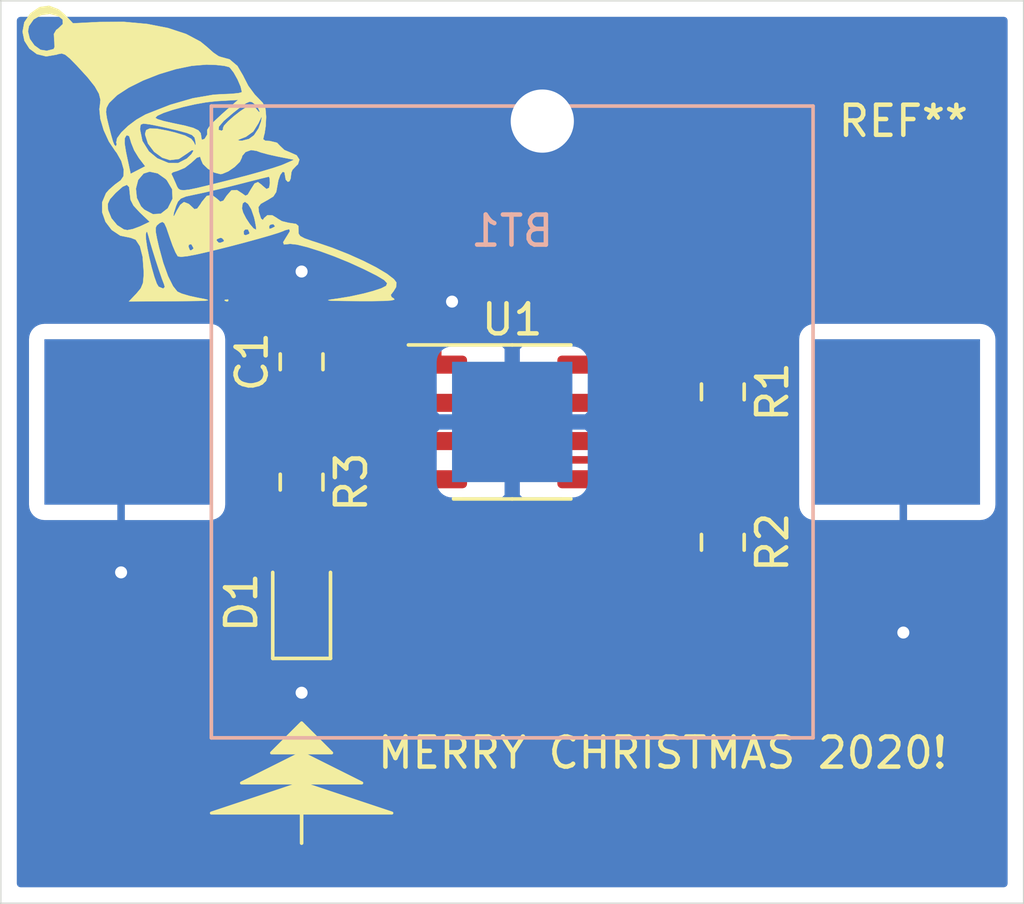
<source format=kicad_pcb>
(kicad_pcb (version 20171130) (host pcbnew "(5.1.2)-2")

  (general
    (thickness 1.6)
    (drawings 9)
    (tracks 48)
    (zones 0)
    (modules 9)
    (nets 8)
  )

  (page A4)
  (layers
    (0 F.Cu signal)
    (31 B.Cu signal)
    (32 B.Adhes user)
    (33 F.Adhes user)
    (34 B.Paste user)
    (35 F.Paste user)
    (36 B.SilkS user)
    (37 F.SilkS user)
    (38 B.Mask user)
    (39 F.Mask user)
    (40 Dwgs.User user)
    (41 Cmts.User user)
    (42 Eco1.User user)
    (43 Eco2.User user)
    (44 Edge.Cuts user)
    (45 Margin user)
    (46 B.CrtYd user)
    (47 F.CrtYd user)
    (48 B.Fab user)
    (49 F.Fab user)
  )

  (setup
    (last_trace_width 0.25)
    (trace_clearance 0.2)
    (zone_clearance 0.508)
    (zone_45_only no)
    (trace_min 0.2)
    (via_size 0.8)
    (via_drill 0.4)
    (via_min_size 0.4)
    (via_min_drill 0.3)
    (uvia_size 0.3)
    (uvia_drill 0.1)
    (uvias_allowed no)
    (uvia_min_size 0.2)
    (uvia_min_drill 0.1)
    (edge_width 0.05)
    (segment_width 0.2)
    (pcb_text_width 0.3)
    (pcb_text_size 1.5 1.5)
    (mod_edge_width 0.12)
    (mod_text_size 1 1)
    (mod_text_width 0.15)
    (pad_size 1.524 1.524)
    (pad_drill 0.762)
    (pad_to_mask_clearance 0.051)
    (solder_mask_min_width 0.25)
    (aux_axis_origin 0 0)
    (visible_elements 7FFFFFFF)
    (pcbplotparams
      (layerselection 0x010fc_ffffffff)
      (usegerberextensions false)
      (usegerberattributes false)
      (usegerberadvancedattributes false)
      (creategerberjobfile false)
      (excludeedgelayer true)
      (linewidth 0.100000)
      (plotframeref false)
      (viasonmask false)
      (mode 1)
      (useauxorigin false)
      (hpglpennumber 1)
      (hpglpenspeed 20)
      (hpglpendiameter 15.000000)
      (psnegative false)
      (psa4output false)
      (plotreference true)
      (plotvalue true)
      (plotinvisibletext false)
      (padsonsilk false)
      (subtractmaskfromsilk false)
      (outputformat 1)
      (mirror false)
      (drillshape 1)
      (scaleselection 1)
      (outputdirectory ""))
  )

  (net 0 "")
  (net 1 "Net-(BT1-Pad1)")
  (net 2 GND)
  (net 3 "Net-(C1-Pad1)")
  (net 4 "Net-(D1-Pad2)")
  (net 5 "Net-(R1-Pad2)")
  (net 6 "Net-(R3-Pad1)")
  (net 7 "Net-(U1-Pad5)")

  (net_class Default "This is the default net class."
    (clearance 0.2)
    (trace_width 0.25)
    (via_dia 0.8)
    (via_drill 0.4)
    (uvia_dia 0.3)
    (uvia_drill 0.1)
    (add_net GND)
    (add_net "Net-(BT1-Pad1)")
    (add_net "Net-(C1-Pad1)")
    (add_net "Net-(D1-Pad2)")
    (add_net "Net-(R1-Pad2)")
    (add_net "Net-(R3-Pad1)")
    (add_net "Net-(U1-Pad5)")
  )

  (module MountingHole:MountingHole_2.1mm (layer F.Cu) (tedit 5B924765) (tstamp 5FD0525F)
    (at 145 84)
    (descr "Mounting Hole 2.1mm, no annular")
    (tags "mounting hole 2.1mm no annular")
    (attr virtual)
    (fp_text reference REF** (at 12 0) (layer F.SilkS)
      (effects (font (size 1 1) (thickness 0.15)))
    )
    (fp_text value MountingHole_2.1mm (at 0 3.2) (layer F.Fab)
      (effects (font (size 1 1) (thickness 0.15)))
    )
    (fp_circle (center 0 0) (end 2.35 0) (layer F.CrtYd) (width 0.05))
    (fp_circle (center 0 0) (end 2.1 0) (layer Cmts.User) (width 0.15))
    (pad "" np_thru_hole circle (at 0 0) (size 2.1 2.1) (drill 2.1) (layers *.Cu *.Mask))
  )

  (module blinky:pic (layer F.Cu) (tedit 0) (tstamp 5FD0506D)
    (at 134 85)
    (fp_text reference G*** (at 7 0) (layer F.SilkS) hide
      (effects (font (size 1.524 1.524) (thickness 0.3)))
    )
    (fp_text value LOGO (at 7 0) (layer F.SilkS) hide
      (effects (font (size 1.524 1.524) (thickness 0.3)))
    )
    (fp_poly (pts (xy 0.564444 4.938889) (xy 0.552822 4.989223) (xy 0.508 4.995334) (xy 0.438309 4.964355)
      (xy 0.451555 4.938889) (xy 0.552035 4.928756) (xy 0.564444 4.938889)) (layer F.SilkS) (width 0.01))
    (fp_poly (pts (xy -5.075097 -4.712022) (xy -4.870795 -4.538091) (xy -4.599263 -4.250183) (xy -3.717798 -4.29454)
      (xy -2.90163 -4.297989) (xy -2.132935 -4.228534) (xy -1.436708 -4.092013) (xy -0.837941 -3.894265)
      (xy -0.361628 -3.641128) (xy -0.138206 -3.458365) (xy 0.065954 -3.276095) (xy 0.238471 -3.157895)
      (xy 0.310498 -3.132667) (xy 0.604989 -3.052719) (xy 0.866478 -2.831752) (xy 1.06211 -2.498078)
      (xy 1.069818 -2.478303) (xy 1.227837 -2.171617) (xy 1.441158 -1.883117) (xy 1.521335 -1.800933)
      (xy 1.709964 -1.603416) (xy 1.796841 -1.41704) (xy 1.819483 -1.156623) (xy 1.819658 -1.123599)
      (xy 1.805628 -0.83761) (xy 1.769532 -0.594528) (xy 1.751127 -0.529166) (xy 1.721977 -0.396115)
      (xy 1.795662 -0.345554) (xy 1.938648 -0.338666) (xy 2.182428 -0.280441) (xy 2.282316 -0.176215)
      (xy 2.425 -0.040067) (xy 2.616889 0.040625) (xy 2.834086 0.136888) (xy 2.926732 0.280725)
      (xy 2.877959 0.435154) (xy 2.820746 0.487534) (xy 2.694422 0.619454) (xy 2.6597 0.701435)
      (xy 2.633785 0.911191) (xy 2.595261 0.999863) (xy 2.54 1.016) (xy 2.472144 0.944789)
      (xy 2.455333 0.839611) (xy 2.429166 0.69698) (xy 2.366385 0.687774) (xy 2.290573 0.787147)
      (xy 2.225311 0.970251) (xy 2.201333 1.107242) (xy 2.15606 1.355149) (xy 2.061057 1.503828)
      (xy 1.868707 1.623373) (xy 1.841622 1.636748) (xy 1.64115 1.750148) (xy 1.564362 1.856598)
      (xy 1.575898 2.007271) (xy 1.578366 2.017748) (xy 1.64827 2.237608) (xy 1.712119 2.290207)
      (xy 1.754313 2.2225) (xy 1.861089 2.130408) (xy 2.03106 2.133761) (xy 2.189484 2.229787)
      (xy 2.19741 2.23894) (xy 2.345509 2.327373) (xy 2.575136 2.383521) (xy 2.609944 2.387107)
      (xy 2.814471 2.417948) (xy 2.894586 2.488465) (xy 2.896458 2.625348) (xy 2.897493 2.737523)
      (xy 2.953067 2.8208) (xy 3.095431 2.897241) (xy 3.356835 2.988908) (xy 3.489125 3.03077)
      (xy 4.02661 3.21464) (xy 4.556235 3.424187) (xy 5.051503 3.646116) (xy 5.485916 3.867132)
      (xy 5.832975 4.073942) (xy 6.066184 4.253251) (xy 6.152646 4.367102) (xy 6.138381 4.520845)
      (xy 6.057751 4.652153) (xy 5.962677 4.776111) (xy 5.990819 4.850406) (xy 6.06865 4.900425)
      (xy 6.082379 4.935893) (xy 5.974207 4.960832) (xy 5.731728 4.976116) (xy 5.342534 4.98262)
      (xy 4.910666 4.982049) (xy 4.429218 4.97818) (xy 4.105034 4.972649) (xy 3.926045 4.964077)
      (xy 3.880181 4.951085) (xy 3.955374 4.932294) (xy 4.139554 4.906324) (xy 4.191 4.899823)
      (xy 4.607058 4.831388) (xy 5.06425 4.731808) (xy 5.361831 4.652072) (xy 5.646468 4.559248)
      (xy 5.809163 4.476803) (xy 5.84351 4.389272) (xy 5.743102 4.281193) (xy 5.501531 4.1371)
      (xy 5.11239 3.94153) (xy 5.056099 3.914173) (xy 4.5802 3.696885) (xy 4.090411 3.496895)
      (xy 3.618061 3.324668) (xy 3.194484 3.190665) (xy 2.851009 3.105351) (xy 2.618968 3.079189)
      (xy 2.573312 3.085032) (xy 2.413183 3.100353) (xy 2.387622 3.025255) (xy 2.493747 2.850103)
      (xy 2.500359 2.841318) (xy 2.610422 2.662095) (xy 2.591245 2.589934) (xy 2.444596 2.627901)
      (xy 2.391833 2.653133) (xy 2.238249 2.710516) (xy 1.950388 2.7998) (xy 1.558381 2.912343)
      (xy 1.09236 3.039501) (xy 0.582454 3.172632) (xy 0.567664 3.176406) (xy -0.029438 3.325083)
      (xy -0.479848 3.428448) (xy -0.799206 3.48938) (xy -1.003148 3.510759) (xy -1.107315 3.495465)
      (xy -1.118871 3.486996) (xy -1.192106 3.361689) (xy -1.273026 3.170003) (xy -0.762 3.170003)
      (xy -0.717796 3.285846) (xy -0.677334 3.302) (xy -0.595091 3.241233) (xy -0.592667 3.22233)
      (xy -0.654211 3.107663) (xy -0.677334 3.090334) (xy -0.749817 3.109527) (xy -0.762 3.170003)
      (xy -1.273026 3.170003) (xy -1.291718 3.125725) (xy -1.349164 2.963334) (xy 0.169333 2.963334)
      (xy 0.237909 3.038448) (xy 0.296333 3.048) (xy 0.409005 3.002283) (xy 0.423333 2.963334)
      (xy 0.354756 2.888219) (xy 0.296333 2.878667) (xy 0.183661 2.924384) (xy 0.169333 2.963334)
      (xy -1.349164 2.963334) (xy -1.393596 2.837735) (xy -1.451182 2.667486) (xy 1.069862 2.667486)
      (xy 1.083301 2.776366) (xy 1.145657 2.794) (xy 1.256652 2.750133) (xy 1.27 2.71433)
      (xy 1.218209 2.60168) (xy 1.118674 2.602154) (xy 1.069862 2.667486) (xy -1.451182 2.667486)
      (xy -1.491248 2.549034) (xy -1.561829 2.395206) (xy -1.62683 2.348901) (xy -1.707738 2.382771)
      (xy -1.735584 2.402469) (xy -1.814252 2.468499) (xy -1.852144 2.547956) (xy -1.849603 2.680438)
      (xy -1.806973 2.905543) (xy -1.742395 3.186799) (xy -1.599846 3.710823) (xy -1.439812 4.153999)
      (xy -1.274711 4.486297) (xy -1.13022 4.667274) (xy -0.9858 4.735021) (xy -0.730678 4.810542)
      (xy -0.439018 4.873757) (xy -0.240129 4.911027) (xy -0.126591 4.938184) (xy -0.112501 4.957051)
      (xy -0.211954 4.969446) (xy -0.439047 4.977191) (xy -0.807876 4.982105) (xy -1.307008 4.98584)
      (xy -2.741015 4.995334) (xy -2.492341 4.735575) (xy -2.345575 4.558858) (xy -2.272039 4.381416)
      (xy -2.24888 4.133773) (xy -2.24865 3.994741) (xy -2.283577 3.512227) (xy -2.373853 3.157019)
      (xy -2.514558 2.941912) (xy -2.677771 2.878667) (xy -3.025476 2.807645) (xy -3.105553 2.754566)
      (xy -2.177767 2.754566) (xy -2.174275 2.926237) (xy -2.133439 3.199082) (xy -2.066175 3.528093)
      (xy -1.983401 3.868259) (xy -1.896036 4.174572) (xy -1.814997 4.402023) (xy -1.753322 4.504377)
      (xy -1.599024 4.568242) (xy -1.546748 4.511845) (xy -1.571758 4.423834) (xy -1.640824 4.243616)
      (xy -1.740404 3.954805) (xy -1.853088 3.611214) (xy -1.961468 3.266661) (xy -2.048136 2.974961)
      (xy -2.08528 2.836334) (xy -2.13091 2.6827) (xy -2.16156 2.684849) (xy -2.177767 2.754566)
      (xy -3.105553 2.754566) (xy -3.310852 2.618485) (xy -3.517548 2.347048) (xy -3.629216 2.029194)
      (xy -3.62946 1.749709) (xy -3.442873 1.749709) (xy -3.437326 1.926779) (xy -3.429739 1.967074)
      (xy -3.320163 2.231104) (xy -3.1306 2.459196) (xy -2.909579 2.601298) (xy -2.792152 2.624667)
      (xy -2.60959 2.589077) (xy -2.373863 2.501829) (xy -2.339812 2.486089) (xy -2.049212 2.347512)
      (xy -2.24908 2.157381) (xy -1.263596 2.157381) (xy -1.230513 2.141399) (xy -1.148361 1.979003)
      (xy -1.143774 1.9685) (xy -1.033058 1.784996) (xy -0.918098 1.695148) (xy -0.903455 1.693334)
      (xy -0.751365 1.753237) (xy -0.677334 1.820334) (xy -0.564233 1.926755) (xy -0.470547 1.909525)
      (xy -0.462491 1.898504) (xy 1.016 1.898504) (xy 1.05602 2.043081) (xy 1.154672 2.234439)
      (xy 1.279837 2.424537) (xy 1.399397 2.565333) (xy 1.481236 2.608786) (xy 1.487878 2.604344)
      (xy 1.485647 2.513633) (xy 1.481942 2.493841) (xy 1.918183 2.493841) (xy 1.922311 2.579321)
      (xy 1.993978 2.568963) (xy 2.102607 2.512104) (xy 2.116666 2.493605) (xy 2.061178 2.422514)
      (xy 1.959818 2.441159) (xy 1.918183 2.493841) (xy 1.481942 2.493841) (xy 1.448521 2.315353)
      (xy 1.421063 2.198601) (xy 1.328646 1.929902) (xy 1.219908 1.751731) (xy 1.116905 1.680432)
      (xy 1.041695 1.732345) (xy 1.016 1.898504) (xy -0.462491 1.898504) (xy -0.357372 1.7547)
      (xy -0.321438 1.692798) (xy -0.155041 1.489307) (xy 0.014913 1.452757) (xy 0.169333 1.566334)
      (xy 0.29596 1.678101) (xy 0.400417 1.645514) (xy 0.508 1.481667) (xy 0.66371 1.304135)
      (xy 0.851205 1.292882) (xy 1.024396 1.404599) (xy 1.131157 1.480952) (xy 1.20913 1.446712)
      (xy 1.307137 1.280047) (xy 1.308403 1.277599) (xy 1.436655 1.076118) (xy 1.549591 1.027933)
      (xy 1.676208 1.122905) (xy 1.693333 1.143) (xy 1.834333 1.259657) (xy 1.922273 1.216846)
      (xy 1.947333 1.058334) (xy 1.937067 0.899018) (xy 1.917438 0.846667) (xy 1.828626 0.866563)
      (xy 1.609226 0.920696) (xy 1.292543 1.000732) (xy 0.922604 1.095573) (xy 0.478555 1.206995)
      (xy 0.035768 1.312776) (xy -0.346649 1.399063) (xy -0.557478 1.442497) (xy -0.847326 1.505631)
      (xy -1.016639 1.574856) (xy -1.112713 1.678753) (xy -1.171311 1.813435) (xy -1.244799 2.042782)
      (xy -1.263596 2.157381) (xy -2.24908 2.157381) (xy -2.379273 2.033532) (xy -2.586763 1.810001)
      (xy -2.68571 1.616732) (xy -2.709334 1.41011) (xy -2.726035 1.244867) (xy -2.508643 1.244867)
      (xy -2.476686 1.555284) (xy -2.339322 1.83258) (xy -2.229101 1.943665) (xy -1.942069 2.09437)
      (xy -1.680012 2.079738) (xy -1.450794 1.90027) (xy -1.445479 1.893582) (xy -1.289462 1.581838)
      (xy -1.300526 1.267554) (xy -1.477463 0.966974) (xy -1.517488 0.924821) (xy -1.762022 0.751643)
      (xy -1.330511 0.751643) (xy -1.330262 0.752078) (xy -1.278576 0.858944) (xy -1.19372 1.050208)
      (xy -1.183438 1.07408) (xy -1.141804 1.172903) (xy -1.098539 1.24452) (xy -1.03203 1.287246)
      (xy -0.920662 1.2994) (xy -0.742822 1.279296) (xy -0.476895 1.22525) (xy -0.101268 1.13558)
      (xy 0.405675 1.008601) (xy 0.740557 0.924198) (xy 1.217043 0.800011) (xy 1.664294 0.675701)
      (xy 2.043117 0.562713) (xy 2.314316 0.472495) (xy 2.391557 0.442044) (xy 2.751666 0.284775)
      (xy 2.201333 0.17633) (xy 1.893496 0.108324) (xy 1.637828 0.038799) (xy 1.502833 -0.01137)
      (xy 1.319135 -0.038728) (xy 1.135556 0.02834) (xy 1.024439 0.157366) (xy 1.016 0.207119)
      (xy 0.947301 0.352332) (xy 0.778144 0.520701) (xy 0.56394 0.669211) (xy 0.360098 0.754844)
      (xy 0.301255 0.762) (xy 0.098251 0.709838) (xy -0.115478 0.582509) (xy -0.280615 0.423747)
      (xy -0.338667 0.290188) (xy -0.37346 0.182861) (xy -0.482591 0.215758) (xy -0.669695 0.387285)
      (xy -0.884236 0.552783) (xy -1.115575 0.650676) (xy -1.117502 0.651067) (xy -1.279975 0.700574)
      (xy -1.330511 0.751643) (xy -1.762022 0.751643) (xy -1.783151 0.73668) (xy -2.051705 0.67903)
      (xy -2.252159 0.74213) (xy -2.434148 0.955694) (xy -2.508643 1.244867) (xy -2.726035 1.244867)
      (xy -2.731163 1.19413) (xy -2.806401 1.117536) (xy -2.949675 1.179885) (xy -3.17561 1.380736)
      (xy -3.190508 1.395574) (xy -3.369466 1.593818) (xy -3.442873 1.749709) (xy -3.62946 1.749709)
      (xy -3.629503 1.700782) (xy -3.502061 1.397672) (xy -3.404555 1.284654) (xy -3.207712 1.111617)
      (xy -3.034596 0.984025) (xy -3.015882 0.972951) (xy -2.91935 0.831188) (xy -2.914442 0.599519)
      (xy -2.992785 0.324689) (xy -3.146003 0.053445) (xy -3.190773 -0.003304) (xy -3.405279 -0.322343)
      (xy -3.577623 -0.697829) (xy -3.689174 -1.075109) (xy -3.71183 -1.3039) (xy -3.50298 -1.3039)
      (xy -3.471932 -1.096154) (xy -3.420031 -0.878734) (xy -3.331644 -0.534663) (xy -3.271503 -0.32355)
      (xy -3.228369 -0.213684) (xy -3.191003 -0.173359) (xy -3.168599 -0.169333) (xy -3.14516 -0.231969)
      (xy -3.152377 -0.258856) (xy -2.883594 -0.258856) (xy -2.838693 0.020309) (xy -2.809038 0.163409)
      (xy -2.682555 0.752501) (xy -2.440044 0.627093) (xy -2.197532 0.501686) (xy -2.410397 0.222606)
      (xy -2.564537 -0.029351) (xy -2.668161 -0.287853) (xy -2.677153 -0.325929) (xy -2.732524 -0.502847)
      (xy -2.805743 -0.529059) (xy -2.833282 -0.510532) (xy -2.881371 -0.424145) (xy -2.883594 -0.258856)
      (xy -3.152377 -0.258856) (xy -3.160465 -0.288985) (xy -3.132627 -0.430896) (xy -2.989931 -0.625079)
      (xy -2.892252 -0.718737) (xy -2.370667 -0.718737) (xy -2.29193 -0.338638) (xy -2.077555 0.004769)
      (xy -1.796766 0.236786) (xy -1.424544 0.392775) (xy -1.100738 0.393802) (xy -0.815752 0.247855)
      (xy -0.662969 0.102212) (xy -0.593115 -0.014629) (xy -0.592667 -0.020904) (xy -0.644464 -0.037272)
      (xy -0.770435 0.048731) (xy -0.783167 0.060177) (xy -1.079776 0.258444) (xy -1.376831 0.295712)
      (xy -1.631365 0.21531) (xy -1.902513 0.018817) (xy -2.106378 -0.254534) (xy -2.19958 -0.543862)
      (xy -2.201334 -0.584563) (xy -2.166132 -0.700344) (xy -2.046512 -0.754898) (xy -1.821455 -0.749041)
      (xy -1.469941 -0.683594) (xy -1.216695 -0.622897) (xy -0.873765 -0.5195) (xy -0.670793 -0.411857)
      (xy -0.586305 -0.305397) (xy -0.531789 -0.190419) (xy -0.520903 -0.229457) (xy -0.530011 -0.338666)
      (xy -0.537857 -0.370213) (xy 0.873975 -0.370213) (xy 0.92747 -0.352252) (xy 1.022408 -0.347106)
      (xy 1.251041 -0.405836) (xy 1.418298 -0.529166) (xy 1.569753 -0.758738) (xy 1.648913 -0.973666)
      (xy 1.678107 -1.126576) (xy 1.665713 -1.139066) (xy 1.599649 -1.005089) (xy 1.56608 -0.932212)
      (xy 1.39171 -0.652139) (xy 1.148416 -0.4781) (xy 0.973666 -0.410606) (xy 0.873975 -0.370213)
      (xy -0.537857 -0.370213) (xy -0.558721 -0.454094) (xy -0.642454 -0.536855) (xy -0.817593 -0.608058)
      (xy -1.12052 -0.688808) (xy -1.143 -0.694283) (xy -1.493269 -0.776045) (xy -1.825997 -0.848204)
      (xy -2.053167 -0.892225) (xy -2.259744 -0.918219) (xy -2.349261 -0.882796) (xy -2.370371 -0.759372)
      (xy -2.370667 -0.718737) (xy -2.892252 -0.718737) (xy -2.765056 -0.840696) (xy -2.49068 -1.046908)
      (xy -2.382529 -1.108548) (xy -1.862667 -1.108548) (xy -1.786342 -1.062983) (xy -1.585822 -1.001649)
      (xy -1.303792 -0.937508) (xy -1.291167 -0.935018) (xy -0.873085 -0.84714) (xy -0.595766 -0.770353)
      (xy -0.432265 -0.692344) (xy -0.355636 -0.600799) (xy -0.338667 -0.499728) (xy -0.319572 -0.376486)
      (xy -0.241341 -0.399537) (xy -0.2167 -0.419156) (xy -0.133958 -0.55692) (xy -0.138057 -0.633281)
      (xy -0.135586 -0.70811) (xy 0.237861 -0.70811) (xy 0.34866 -0.677333) (xy 0.395709 -0.728946)
      (xy 0.383457 -0.758024) (xy 0.418964 -0.845175) (xy 0.555496 -0.992596) (xy 0.752798 -1.16721)
      (xy 0.970612 -1.335943) (xy 1.168682 -1.465718) (xy 1.306752 -1.523461) (xy 1.315729 -1.524)
      (xy 1.449489 -1.458365) (xy 1.517218 -1.375833) (xy 1.585821 -1.295009) (xy 1.606092 -1.320378)
      (xy 1.550855 -1.442004) (xy 1.442762 -1.56323) (xy 1.355162 -1.631197) (xy 1.268424 -1.645746)
      (xy 1.148146 -1.592984) (xy 0.959926 -1.459017) (xy 0.722766 -1.272467) (xy 0.413106 -1.006107)
      (xy 0.251318 -0.817745) (xy 0.237861 -0.70811) (xy -0.135586 -0.70811) (xy -0.135547 -0.709269)
      (xy -0.066757 -0.819811) (xy 0.085407 -0.983692) (xy 0.338041 -1.219694) (xy 0.635 -1.482688)
      (xy 0.889 -1.704779) (xy 0.169333 -1.66296) (xy -0.162983 -1.626985) (xy -0.540935 -1.560157)
      (xy -0.928728 -1.47224) (xy -1.290567 -1.373001) (xy -1.590656 -1.272208) (xy -1.793201 -1.179625)
      (xy -1.862667 -1.108548) (xy -2.382529 -1.108548) (xy -2.199479 -1.212876) (xy -2.164629 -1.228769)
      (xy -1.369171 -1.540678) (xy -0.61283 -1.759614) (xy 0.070124 -1.876548) (xy 0.359833 -1.893765)
      (xy 0.668949 -1.905954) (xy 0.899719 -1.929143) (xy 1.011427 -1.958833) (xy 1.016 -1.966255)
      (xy 0.974331 -2.145932) (xy 0.871966 -2.384011) (xy 0.74286 -2.614614) (xy 0.620972 -2.771865)
      (xy 0.588051 -2.79647) (xy 0.428637 -2.837907) (xy 0.15854 -2.867443) (xy -0.162755 -2.878666)
      (xy -0.648062 -2.838403) (xy -1.185147 -2.727192) (xy -1.738123 -2.559404) (xy -2.271104 -2.34941)
      (xy -2.748203 -2.111581) (xy -3.133533 -1.860287) (xy -3.391209 -1.609899) (xy -3.414555 -1.576497)
      (xy -3.484001 -1.445329) (xy -3.50298 -1.3039) (xy -3.71183 -1.3039) (xy -3.7213 -1.399529)
      (xy -3.705229 -1.512384) (xy -3.684824 -1.706916) (xy -3.736141 -1.912034) (xy -3.873329 -2.152233)
      (xy -4.110534 -2.452004) (xy -4.461902 -2.835841) (xy -4.481589 -2.856493) (xy -4.706544 -3.085039)
      (xy -4.857763 -3.208748) (xy -4.974609 -3.248808) (xy -5.09645 -3.226404) (xy -5.139757 -3.210709)
      (xy -5.490778 -3.150551) (xy -5.799743 -3.227271) (xy -6.046752 -3.409874) (xy -6.211905 -3.667359)
      (xy -6.275302 -3.968728) (xy -6.273072 -3.980757) (xy -6.096 -3.980757) (xy -6.034926 -3.733236)
      (xy -5.880841 -3.515562) (xy -5.677452 -3.369533) (xy -5.468466 -3.336949) (xy -5.432909 -3.346611)
      (xy -5.280622 -3.384071) (xy -5.247732 -3.386666) (xy -5.211641 -3.459523) (xy -5.216807 -3.638616)
      (xy -5.222276 -3.676067) (xy -5.233009 -3.896143) (xy -5.156839 -4.028862) (xy -5.089953 -4.077433)
      (xy -4.93426 -4.229141) (xy -4.944336 -4.377048) (xy -5.074434 -4.484354) (xy -5.36893 -4.56547)
      (xy -5.661707 -4.523152) (xy -5.908309 -4.379316) (xy -6.064277 -4.155881) (xy -6.096 -3.980757)
      (xy -6.273072 -3.980757) (xy -6.217043 -4.282985) (xy -6.017847 -4.578513) (xy -5.712011 -4.789192)
      (xy -5.392699 -4.833517) (xy -5.075097 -4.712022)) (layer F.SilkS) (width 0.01))
  )

  (module blinky:S8211-46R (layer B.Cu) (tedit 5FCFE994) (tstamp 5FD033A5)
    (at 144 94)
    (path /5FCF61B1)
    (fp_text reference BT1 (at 0 -6.35) (layer B.SilkS)
      (effects (font (size 1 1) (thickness 0.15)) (justify mirror))
    )
    (fp_text value CR2032 (at 0 6.35) (layer B.Fab)
      (effects (font (size 1 1) (thickness 0.15)) (justify mirror))
    )
    (fp_line (start -15.5 -13) (end -15.5 2.5) (layer B.CrtYd) (width 0.12))
    (fp_line (start 16 -13) (end -15.5 -13) (layer B.CrtYd) (width 0.12))
    (fp_line (start 16 15) (end 16 -13) (layer B.CrtYd) (width 0.12))
    (fp_line (start -15.5 15) (end 16 15) (layer B.CrtYd) (width 0.12))
    (fp_line (start -15.5 0) (end -15.5 15) (layer B.CrtYd) (width 0.12))
    (fp_line (start -10 -10.5) (end -10 10.5) (layer B.SilkS) (width 0.12))
    (fp_line (start 10 -10.5) (end -10 -10.5) (layer B.SilkS) (width 0.12))
    (fp_line (start 10 10.5) (end 10 -10.5) (layer B.SilkS) (width 0.12))
    (fp_line (start -10 10.5) (end 10 10.5) (layer B.SilkS) (width 0.12))
    (pad 1 smd rect (at 12.8 0) (size 5.5 5.5) (layers B.Cu B.Paste B.Mask)
      (net 1 "Net-(BT1-Pad1)"))
    (pad 2 smd rect (at 0 0) (size 4 4) (layers B.Cu B.Paste B.Mask)
      (net 2 GND))
    (pad 1 smd rect (at -12.8 0) (size 5.5 5.5) (layers B.Cu B.Paste B.Mask)
      (net 1 "Net-(BT1-Pad1)"))
  )

  (module Package_SO:SOIC-8_3.9x4.9mm_P1.27mm (layer F.Cu) (tedit 5C97300E) (tstamp 5FD03416)
    (at 144 94)
    (descr "SOIC, 8 Pin (JEDEC MS-012AA, https://www.analog.com/media/en/package-pcb-resources/package/pkg_pdf/soic_narrow-r/r_8.pdf), generated with kicad-footprint-generator ipc_gullwing_generator.py")
    (tags "SOIC SO")
    (path /5FCEE2F0)
    (attr smd)
    (fp_text reference U1 (at 0 -3.4) (layer F.SilkS)
      (effects (font (size 1 1) (thickness 0.15)))
    )
    (fp_text value 7555 (at 0 3.4) (layer F.Fab)
      (effects (font (size 1 1) (thickness 0.15)))
    )
    (fp_text user %R (at 0 0) (layer F.Fab)
      (effects (font (size 0.98 0.98) (thickness 0.15)))
    )
    (fp_line (start 3.7 -2.7) (end -3.7 -2.7) (layer F.CrtYd) (width 0.05))
    (fp_line (start 3.7 2.7) (end 3.7 -2.7) (layer F.CrtYd) (width 0.05))
    (fp_line (start -3.7 2.7) (end 3.7 2.7) (layer F.CrtYd) (width 0.05))
    (fp_line (start -3.7 -2.7) (end -3.7 2.7) (layer F.CrtYd) (width 0.05))
    (fp_line (start -1.95 -1.475) (end -0.975 -2.45) (layer F.Fab) (width 0.1))
    (fp_line (start -1.95 2.45) (end -1.95 -1.475) (layer F.Fab) (width 0.1))
    (fp_line (start 1.95 2.45) (end -1.95 2.45) (layer F.Fab) (width 0.1))
    (fp_line (start 1.95 -2.45) (end 1.95 2.45) (layer F.Fab) (width 0.1))
    (fp_line (start -0.975 -2.45) (end 1.95 -2.45) (layer F.Fab) (width 0.1))
    (fp_line (start 0 -2.56) (end -3.45 -2.56) (layer F.SilkS) (width 0.12))
    (fp_line (start 0 -2.56) (end 1.95 -2.56) (layer F.SilkS) (width 0.12))
    (fp_line (start 0 2.56) (end -1.95 2.56) (layer F.SilkS) (width 0.12))
    (fp_line (start 0 2.56) (end 1.95 2.56) (layer F.SilkS) (width 0.12))
    (pad 8 smd roundrect (at 2.475 -1.905) (size 1.95 0.6) (layers F.Cu F.Paste F.Mask) (roundrect_rratio 0.25)
      (net 1 "Net-(BT1-Pad1)"))
    (pad 7 smd roundrect (at 2.475 -0.635) (size 1.95 0.6) (layers F.Cu F.Paste F.Mask) (roundrect_rratio 0.25)
      (net 5 "Net-(R1-Pad2)"))
    (pad 6 smd roundrect (at 2.475 0.635) (size 1.95 0.6) (layers F.Cu F.Paste F.Mask) (roundrect_rratio 0.25)
      (net 3 "Net-(C1-Pad1)"))
    (pad 5 smd roundrect (at 2.475 1.905) (size 1.95 0.6) (layers F.Cu F.Paste F.Mask) (roundrect_rratio 0.25)
      (net 7 "Net-(U1-Pad5)"))
    (pad 4 smd roundrect (at -2.475 1.905) (size 1.95 0.6) (layers F.Cu F.Paste F.Mask) (roundrect_rratio 0.25)
      (net 1 "Net-(BT1-Pad1)"))
    (pad 3 smd roundrect (at -2.475 0.635) (size 1.95 0.6) (layers F.Cu F.Paste F.Mask) (roundrect_rratio 0.25)
      (net 6 "Net-(R3-Pad1)"))
    (pad 2 smd roundrect (at -2.475 -0.635) (size 1.95 0.6) (layers F.Cu F.Paste F.Mask) (roundrect_rratio 0.25)
      (net 3 "Net-(C1-Pad1)"))
    (pad 1 smd roundrect (at -2.475 -1.905) (size 1.95 0.6) (layers F.Cu F.Paste F.Mask) (roundrect_rratio 0.25)
      (net 2 GND))
    (model ${KISYS3DMOD}/Package_SO.3dshapes/SOIC-8_3.9x4.9mm_P1.27mm.wrl
      (at (xyz 0 0 0))
      (scale (xyz 1 1 1))
      (rotate (xyz 0 0 0))
    )
  )

  (module Resistor_SMD:R_0805_2012Metric_Pad1.15x1.40mm_HandSolder (layer F.Cu) (tedit 5B36C52B) (tstamp 5FD033FC)
    (at 137 96 270)
    (descr "Resistor SMD 0805 (2012 Metric), square (rectangular) end terminal, IPC_7351 nominal with elongated pad for handsoldering. (Body size source: https://docs.google.com/spreadsheets/d/1BsfQQcO9C6DZCsRaXUlFlo91Tg2WpOkGARC1WS5S8t0/edit?usp=sharing), generated with kicad-footprint-generator")
    (tags "resistor handsolder")
    (path /5FCF218F)
    (attr smd)
    (fp_text reference R3 (at 0 -1.65 90) (layer F.SilkS)
      (effects (font (size 1 1) (thickness 0.15)))
    )
    (fp_text value 1K (at 0 2 90) (layer F.Fab)
      (effects (font (size 1 1) (thickness 0.15)))
    )
    (fp_text user %R (at 0 0 90) (layer F.Fab)
      (effects (font (size 0.5 0.5) (thickness 0.08)))
    )
    (fp_line (start 1.85 0.95) (end -1.85 0.95) (layer F.CrtYd) (width 0.05))
    (fp_line (start 1.85 -0.95) (end 1.85 0.95) (layer F.CrtYd) (width 0.05))
    (fp_line (start -1.85 -0.95) (end 1.85 -0.95) (layer F.CrtYd) (width 0.05))
    (fp_line (start -1.85 0.95) (end -1.85 -0.95) (layer F.CrtYd) (width 0.05))
    (fp_line (start -0.261252 0.71) (end 0.261252 0.71) (layer F.SilkS) (width 0.12))
    (fp_line (start -0.261252 -0.71) (end 0.261252 -0.71) (layer F.SilkS) (width 0.12))
    (fp_line (start 1 0.6) (end -1 0.6) (layer F.Fab) (width 0.1))
    (fp_line (start 1 -0.6) (end 1 0.6) (layer F.Fab) (width 0.1))
    (fp_line (start -1 -0.6) (end 1 -0.6) (layer F.Fab) (width 0.1))
    (fp_line (start -1 0.6) (end -1 -0.6) (layer F.Fab) (width 0.1))
    (pad 2 smd roundrect (at 1.025 0 270) (size 1.15 1.4) (layers F.Cu F.Paste F.Mask) (roundrect_rratio 0.217391)
      (net 4 "Net-(D1-Pad2)"))
    (pad 1 smd roundrect (at -1.025 0 270) (size 1.15 1.4) (layers F.Cu F.Paste F.Mask) (roundrect_rratio 0.217391)
      (net 6 "Net-(R3-Pad1)"))
    (model ${KISYS3DMOD}/Resistor_SMD.3dshapes/R_0805_2012Metric.wrl
      (at (xyz 0 0 0))
      (scale (xyz 1 1 1))
      (rotate (xyz 0 0 0))
    )
  )

  (module Resistor_SMD:R_0805_2012Metric_Pad1.15x1.40mm_HandSolder (layer F.Cu) (tedit 5B36C52B) (tstamp 5FD033EB)
    (at 151 98 270)
    (descr "Resistor SMD 0805 (2012 Metric), square (rectangular) end terminal, IPC_7351 nominal with elongated pad for handsoldering. (Body size source: https://docs.google.com/spreadsheets/d/1BsfQQcO9C6DZCsRaXUlFlo91Tg2WpOkGARC1WS5S8t0/edit?usp=sharing), generated with kicad-footprint-generator")
    (tags "resistor handsolder")
    (path /5FCF190B)
    (attr smd)
    (fp_text reference R2 (at 0 -1.65 90) (layer F.SilkS)
      (effects (font (size 1 1) (thickness 0.15)))
    )
    (fp_text value 470K (at 0 1.65 90) (layer F.Fab)
      (effects (font (size 1 1) (thickness 0.15)))
    )
    (fp_text user %R (at 0 0 90) (layer F.Fab)
      (effects (font (size 0.5 0.5) (thickness 0.08)))
    )
    (fp_line (start 1.85 0.95) (end -1.85 0.95) (layer F.CrtYd) (width 0.05))
    (fp_line (start 1.85 -0.95) (end 1.85 0.95) (layer F.CrtYd) (width 0.05))
    (fp_line (start -1.85 -0.95) (end 1.85 -0.95) (layer F.CrtYd) (width 0.05))
    (fp_line (start -1.85 0.95) (end -1.85 -0.95) (layer F.CrtYd) (width 0.05))
    (fp_line (start -0.261252 0.71) (end 0.261252 0.71) (layer F.SilkS) (width 0.12))
    (fp_line (start -0.261252 -0.71) (end 0.261252 -0.71) (layer F.SilkS) (width 0.12))
    (fp_line (start 1 0.6) (end -1 0.6) (layer F.Fab) (width 0.1))
    (fp_line (start 1 -0.6) (end 1 0.6) (layer F.Fab) (width 0.1))
    (fp_line (start -1 -0.6) (end 1 -0.6) (layer F.Fab) (width 0.1))
    (fp_line (start -1 0.6) (end -1 -0.6) (layer F.Fab) (width 0.1))
    (pad 2 smd roundrect (at 1.025 0 270) (size 1.15 1.4) (layers F.Cu F.Paste F.Mask) (roundrect_rratio 0.217391)
      (net 3 "Net-(C1-Pad1)"))
    (pad 1 smd roundrect (at -1.025 0 270) (size 1.15 1.4) (layers F.Cu F.Paste F.Mask) (roundrect_rratio 0.217391)
      (net 5 "Net-(R1-Pad2)"))
    (model ${KISYS3DMOD}/Resistor_SMD.3dshapes/R_0805_2012Metric.wrl
      (at (xyz 0 0 0))
      (scale (xyz 1 1 1))
      (rotate (xyz 0 0 0))
    )
  )

  (module Resistor_SMD:R_0805_2012Metric_Pad1.15x1.40mm_HandSolder (layer F.Cu) (tedit 5B36C52B) (tstamp 5FD033DA)
    (at 151 93 270)
    (descr "Resistor SMD 0805 (2012 Metric), square (rectangular) end terminal, IPC_7351 nominal with elongated pad for handsoldering. (Body size source: https://docs.google.com/spreadsheets/d/1BsfQQcO9C6DZCsRaXUlFlo91Tg2WpOkGARC1WS5S8t0/edit?usp=sharing), generated with kicad-footprint-generator")
    (tags "resistor handsolder")
    (path /5FCF0BFB)
    (attr smd)
    (fp_text reference R1 (at 0 -1.65 90) (layer F.SilkS)
      (effects (font (size 1 1) (thickness 0.15)))
    )
    (fp_text value 1K (at 0 1.65 90) (layer F.Fab)
      (effects (font (size 1 1) (thickness 0.15)))
    )
    (fp_text user %R (at 0 0 90) (layer F.Fab)
      (effects (font (size 0.5 0.5) (thickness 0.08)))
    )
    (fp_line (start 1.85 0.95) (end -1.85 0.95) (layer F.CrtYd) (width 0.05))
    (fp_line (start 1.85 -0.95) (end 1.85 0.95) (layer F.CrtYd) (width 0.05))
    (fp_line (start -1.85 -0.95) (end 1.85 -0.95) (layer F.CrtYd) (width 0.05))
    (fp_line (start -1.85 0.95) (end -1.85 -0.95) (layer F.CrtYd) (width 0.05))
    (fp_line (start -0.261252 0.71) (end 0.261252 0.71) (layer F.SilkS) (width 0.12))
    (fp_line (start -0.261252 -0.71) (end 0.261252 -0.71) (layer F.SilkS) (width 0.12))
    (fp_line (start 1 0.6) (end -1 0.6) (layer F.Fab) (width 0.1))
    (fp_line (start 1 -0.6) (end 1 0.6) (layer F.Fab) (width 0.1))
    (fp_line (start -1 -0.6) (end 1 -0.6) (layer F.Fab) (width 0.1))
    (fp_line (start -1 0.6) (end -1 -0.6) (layer F.Fab) (width 0.1))
    (pad 2 smd roundrect (at 1.025 0 270) (size 1.15 1.4) (layers F.Cu F.Paste F.Mask) (roundrect_rratio 0.217391)
      (net 5 "Net-(R1-Pad2)"))
    (pad 1 smd roundrect (at -1.025 0 270) (size 1.15 1.4) (layers F.Cu F.Paste F.Mask) (roundrect_rratio 0.217391)
      (net 1 "Net-(BT1-Pad1)"))
    (model ${KISYS3DMOD}/Resistor_SMD.3dshapes/R_0805_2012Metric.wrl
      (at (xyz 0 0 0))
      (scale (xyz 1 1 1))
      (rotate (xyz 0 0 0))
    )
  )

  (module LED_SMD:LED_0805_2012Metric_Pad1.15x1.40mm_HandSolder (layer F.Cu) (tedit 5B4B45C9) (tstamp 5FD033C9)
    (at 137 100 90)
    (descr "LED SMD 0805 (2012 Metric), square (rectangular) end terminal, IPC_7351 nominal, (Body size source: https://docs.google.com/spreadsheets/d/1BsfQQcO9C6DZCsRaXUlFlo91Tg2WpOkGARC1WS5S8t0/edit?usp=sharing), generated with kicad-footprint-generator")
    (tags "LED handsolder")
    (path /5FCF448E)
    (attr smd)
    (fp_text reference D1 (at 0 -2 90) (layer F.SilkS)
      (effects (font (size 1 1) (thickness 0.15)))
    )
    (fp_text value LED (at 0 1.65 90) (layer F.Fab)
      (effects (font (size 1 1) (thickness 0.15)))
    )
    (fp_text user %R (at 0 0 90) (layer F.Fab)
      (effects (font (size 0.5 0.5) (thickness 0.08)))
    )
    (fp_line (start 1.85 0.95) (end -1.85 0.95) (layer F.CrtYd) (width 0.05))
    (fp_line (start 1.85 -0.95) (end 1.85 0.95) (layer F.CrtYd) (width 0.05))
    (fp_line (start -1.85 -0.95) (end 1.85 -0.95) (layer F.CrtYd) (width 0.05))
    (fp_line (start -1.85 0.95) (end -1.85 -0.95) (layer F.CrtYd) (width 0.05))
    (fp_line (start -1.86 0.96) (end 1 0.96) (layer F.SilkS) (width 0.12))
    (fp_line (start -1.86 -0.96) (end -1.86 0.96) (layer F.SilkS) (width 0.12))
    (fp_line (start 1 -0.96) (end -1.86 -0.96) (layer F.SilkS) (width 0.12))
    (fp_line (start 1 0.6) (end 1 -0.6) (layer F.Fab) (width 0.1))
    (fp_line (start -1 0.6) (end 1 0.6) (layer F.Fab) (width 0.1))
    (fp_line (start -1 -0.3) (end -1 0.6) (layer F.Fab) (width 0.1))
    (fp_line (start -0.7 -0.6) (end -1 -0.3) (layer F.Fab) (width 0.1))
    (fp_line (start 1 -0.6) (end -0.7 -0.6) (layer F.Fab) (width 0.1))
    (pad 2 smd roundrect (at 1.025 0 90) (size 1.15 1.4) (layers F.Cu F.Paste F.Mask) (roundrect_rratio 0.217391)
      (net 4 "Net-(D1-Pad2)"))
    (pad 1 smd roundrect (at -1.025 0 90) (size 1.15 1.4) (layers F.Cu F.Paste F.Mask) (roundrect_rratio 0.217391)
      (net 2 GND))
    (model ${KISYS3DMOD}/LED_SMD.3dshapes/LED_0805_2012Metric.wrl
      (at (xyz 0 0 0))
      (scale (xyz 1 1 1))
      (rotate (xyz 0 0 0))
    )
  )

  (module Capacitor_SMD:C_0805_2012Metric_Pad1.15x1.40mm_HandSolder (layer F.Cu) (tedit 5B36C52B) (tstamp 5FD033B6)
    (at 137 92 90)
    (descr "Capacitor SMD 0805 (2012 Metric), square (rectangular) end terminal, IPC_7351 nominal with elongated pad for handsoldering. (Body size source: https://docs.google.com/spreadsheets/d/1BsfQQcO9C6DZCsRaXUlFlo91Tg2WpOkGARC1WS5S8t0/edit?usp=sharing), generated with kicad-footprint-generator")
    (tags "capacitor handsolder")
    (path /5FCF2C80)
    (attr smd)
    (fp_text reference C1 (at 0 -1.65 90) (layer F.SilkS)
      (effects (font (size 1 1) (thickness 0.15)))
    )
    (fp_text value 1UF (at 0 1.65 90) (layer F.Fab)
      (effects (font (size 1 1) (thickness 0.15)))
    )
    (fp_text user %R (at 0 0 90) (layer F.Fab)
      (effects (font (size 0.5 0.5) (thickness 0.08)))
    )
    (fp_line (start 1.85 0.95) (end -1.85 0.95) (layer F.CrtYd) (width 0.05))
    (fp_line (start 1.85 -0.95) (end 1.85 0.95) (layer F.CrtYd) (width 0.05))
    (fp_line (start -1.85 -0.95) (end 1.85 -0.95) (layer F.CrtYd) (width 0.05))
    (fp_line (start -1.85 0.95) (end -1.85 -0.95) (layer F.CrtYd) (width 0.05))
    (fp_line (start -0.261252 0.71) (end 0.261252 0.71) (layer F.SilkS) (width 0.12))
    (fp_line (start -0.261252 -0.71) (end 0.261252 -0.71) (layer F.SilkS) (width 0.12))
    (fp_line (start 1 0.6) (end -1 0.6) (layer F.Fab) (width 0.1))
    (fp_line (start 1 -0.6) (end 1 0.6) (layer F.Fab) (width 0.1))
    (fp_line (start -1 -0.6) (end 1 -0.6) (layer F.Fab) (width 0.1))
    (fp_line (start -1 0.6) (end -1 -0.6) (layer F.Fab) (width 0.1))
    (pad 2 smd roundrect (at 1.025 0 90) (size 1.15 1.4) (layers F.Cu F.Paste F.Mask) (roundrect_rratio 0.217391)
      (net 2 GND))
    (pad 1 smd roundrect (at -1.025 0 90) (size 1.15 1.4) (layers F.Cu F.Paste F.Mask) (roundrect_rratio 0.217391)
      (net 3 "Net-(C1-Pad1)"))
    (model ${KISYS3DMOD}/Capacitor_SMD.3dshapes/C_0805_2012Metric.wrl
      (at (xyz 0 0 0))
      (scale (xyz 1 1 1))
      (rotate (xyz 0 0 0))
    )
  )

  (gr_line (start 137 107) (end 137 108) (layer F.SilkS) (width 0.12))
  (gr_poly (pts (xy 137 106) (xy 134 107) (xy 140 107)) (layer F.SilkS) (width 0.1))
  (gr_poly (pts (xy 137 105) (xy 135 106) (xy 139 106)) (layer F.SilkS) (width 0.1))
  (gr_poly (pts (xy 137 104) (xy 136 105) (xy 138 105)) (layer F.SilkS) (width 0.1))
  (gr_text "MERRY CHRISTMAS 2020!" (at 149 105) (layer F.SilkS)
    (effects (font (size 1 1) (thickness 0.15)))
  )
  (gr_line (start 161 80) (end 127 80) (layer Edge.Cuts) (width 0.05) (tstamp 5FD035E4))
  (gr_line (start 161 110) (end 161 80) (layer Edge.Cuts) (width 0.05))
  (gr_line (start 127 110) (end 161 110) (layer Edge.Cuts) (width 0.05))
  (gr_line (start 127 80) (end 127 110) (layer Edge.Cuts) (width 0.05))

  (segment (start 150.88 92.095) (end 151 91.975) (width 0.25) (layer F.Cu) (net 1))
  (segment (start 146.475 92.095) (end 150.88 92.095) (width 0.25) (layer F.Cu) (net 1))
  (via (at 157 101) (size 0.8) (drill 0.4) (layers F.Cu B.Cu) (net 1))
  (segment (start 151.38681 101) (end 157 101) (width 0.25) (layer F.Cu) (net 1))
  (segment (start 148.54999 98.16318) (end 151.38681 101) (width 0.25) (layer F.Cu) (net 1))
  (segment (start 146.218232 91.975) (end 145.17499 93.018242) (width 0.25) (layer F.Cu) (net 1))
  (segment (start 151 91.975) (end 146.218232 91.975) (width 0.25) (layer F.Cu) (net 1))
  (segment (start 145.17499 93.018242) (end 145.17499 94.981758) (width 0.25) (layer F.Cu) (net 1))
  (segment (start 145.17499 94.981758) (end 145.453242 95.26001) (width 0.25) (layer F.Cu) (net 1))
  (segment (start 145.453242 95.26001) (end 147.496758 95.26001) (width 0.25) (layer F.Cu) (net 1))
  (segment (start 148.54999 96.313242) (end 148.54999 98.16318) (width 0.25) (layer F.Cu) (net 1))
  (segment (start 147.496758 95.26001) (end 148.54999 96.313242) (width 0.25) (layer F.Cu) (net 1))
  (via (at 131 99) (size 0.8) (drill 0.4) (layers F.Cu B.Cu) (net 1))
  (segment (start 131 94.2) (end 131.2 94) (width 0.25) (layer B.Cu) (net 1))
  (segment (start 131 99) (end 131 94.2) (width 0.25) (layer B.Cu) (net 1))
  (segment (start 157 94.2) (end 156.8 94) (width 0.25) (layer B.Cu) (net 1))
  (segment (start 157 101) (end 157 94.2) (width 0.25) (layer B.Cu) (net 1))
  (segment (start 133 99) (end 131 99) (width 0.25) (layer F.Cu) (net 1))
  (segment (start 141.525 95.905) (end 136.095 95.905) (width 0.25) (layer F.Cu) (net 1))
  (segment (start 136.095 95.905) (end 133 99) (width 0.25) (layer F.Cu) (net 1))
  (via (at 137 103) (size 0.8) (drill 0.4) (layers F.Cu B.Cu) (net 2))
  (segment (start 137 101.025) (end 137 103) (width 0.25) (layer F.Cu) (net 2))
  (via (at 137 89) (size 0.8) (drill 0.4) (layers F.Cu B.Cu) (net 2))
  (segment (start 137 90.975) (end 137 89) (width 0.25) (layer F.Cu) (net 2))
  (via (at 142 90) (size 0.8) (drill 0.4) (layers F.Cu B.Cu) (net 2))
  (segment (start 141.525 92.095) (end 141.525 90.475) (width 0.25) (layer F.Cu) (net 2))
  (segment (start 141.525 90.475) (end 142 90) (width 0.25) (layer F.Cu) (net 2))
  (segment (start 137 93.025) (end 138.625 93.025) (width 0.25) (layer F.Cu) (net 3))
  (segment (start 138.965 93.365) (end 141.525 93.365) (width 0.25) (layer F.Cu) (net 3))
  (segment (start 138.625 93.025) (end 138.965 93.365) (width 0.25) (layer F.Cu) (net 3))
  (segment (start 149 97.025) (end 151 99.025) (width 0.25) (layer F.Cu) (net 3))
  (segment (start 149 94.6) (end 149 97.025) (width 0.25) (layer F.Cu) (net 3))
  (segment (start 146.475 94.635) (end 146.51 94.6) (width 0.25) (layer F.Cu) (net 3))
  (segment (start 146.51 94.6) (end 149 94.6) (width 0.25) (layer F.Cu) (net 3))
  (segment (start 138.625 92.301998) (end 138.625 93.025) (width 0.25) (layer F.Cu) (net 3))
  (segment (start 151 99.025) (end 152.975 99.025) (width 0.25) (layer F.Cu) (net 3))
  (segment (start 152.975 99.025) (end 153 99) (width 0.25) (layer F.Cu) (net 3))
  (segment (start 153 99) (end 153 90) (width 0.25) (layer F.Cu) (net 3))
  (segment (start 153 90) (end 152 89) (width 0.25) (layer F.Cu) (net 3))
  (segment (start 152 89) (end 141.926998 89) (width 0.25) (layer F.Cu) (net 3))
  (segment (start 141.926998 89) (end 138.625 92.301998) (width 0.25) (layer F.Cu) (net 3))
  (segment (start 137 97.025) (end 137 98.975) (width 0.25) (layer F.Cu) (net 4))
  (segment (start 150.34 93.365) (end 151 94.025) (width 0.25) (layer F.Cu) (net 5))
  (segment (start 146.475 93.365) (end 150.34 93.365) (width 0.25) (layer F.Cu) (net 5))
  (segment (start 151 94.025) (end 151 96.975) (width 0.25) (layer F.Cu) (net 5))
  (segment (start 137 94.975) (end 138.725 94.975) (width 0.25) (layer F.Cu) (net 6))
  (segment (start 139.065 94.635) (end 141.525 94.635) (width 0.25) (layer F.Cu) (net 6))
  (segment (start 138.725 94.975) (end 139.065 94.635) (width 0.25) (layer F.Cu) (net 6))

  (zone (net 2) (net_name GND) (layer B.Cu) (tstamp 0) (hatch edge 0.508)
    (connect_pads (clearance 0.508))
    (min_thickness 0.254)
    (fill yes (arc_segments 32) (thermal_gap 0.508) (thermal_bridge_width 0.508))
    (polygon
      (pts
        (xy 127 80) (xy 161 80) (xy 161 110) (xy 127 110)
      )
    )
    (filled_polygon
      (pts
        (xy 160.34 109.34) (xy 127.66 109.34) (xy 127.66 91.25) (xy 127.811928 91.25) (xy 127.811928 96.75)
        (xy 127.824188 96.874482) (xy 127.860498 96.99418) (xy 127.919463 97.104494) (xy 127.998815 97.201185) (xy 128.095506 97.280537)
        (xy 128.20582 97.339502) (xy 128.325518 97.375812) (xy 128.45 97.388072) (xy 133.95 97.388072) (xy 134.074482 97.375812)
        (xy 134.19418 97.339502) (xy 134.304494 97.280537) (xy 134.401185 97.201185) (xy 134.480537 97.104494) (xy 134.539502 96.99418)
        (xy 134.575812 96.874482) (xy 134.588072 96.75) (xy 134.588072 96) (xy 141.361928 96) (xy 141.374188 96.124482)
        (xy 141.410498 96.24418) (xy 141.469463 96.354494) (xy 141.548815 96.451185) (xy 141.645506 96.530537) (xy 141.75582 96.589502)
        (xy 141.875518 96.625812) (xy 142 96.638072) (xy 143.71425 96.635) (xy 143.873 96.47625) (xy 143.873 94.127)
        (xy 144.127 94.127) (xy 144.127 96.47625) (xy 144.28575 96.635) (xy 146 96.638072) (xy 146.124482 96.625812)
        (xy 146.24418 96.589502) (xy 146.354494 96.530537) (xy 146.451185 96.451185) (xy 146.530537 96.354494) (xy 146.589502 96.24418)
        (xy 146.625812 96.124482) (xy 146.638072 96) (xy 146.635 94.28575) (xy 146.47625 94.127) (xy 144.127 94.127)
        (xy 143.873 94.127) (xy 141.52375 94.127) (xy 141.365 94.28575) (xy 141.361928 96) (xy 134.588072 96)
        (xy 134.588072 92) (xy 141.361928 92) (xy 141.365 93.71425) (xy 141.52375 93.873) (xy 143.873 93.873)
        (xy 143.873 91.52375) (xy 144.127 91.52375) (xy 144.127 93.873) (xy 146.47625 93.873) (xy 146.635 93.71425)
        (xy 146.638072 92) (xy 146.625812 91.875518) (xy 146.589502 91.75582) (xy 146.530537 91.645506) (xy 146.451185 91.548815)
        (xy 146.354494 91.469463) (xy 146.24418 91.410498) (xy 146.124482 91.374188) (xy 146 91.361928) (xy 144.28575 91.365)
        (xy 144.127 91.52375) (xy 143.873 91.52375) (xy 143.71425 91.365) (xy 142 91.361928) (xy 141.875518 91.374188)
        (xy 141.75582 91.410498) (xy 141.645506 91.469463) (xy 141.548815 91.548815) (xy 141.469463 91.645506) (xy 141.410498 91.75582)
        (xy 141.374188 91.875518) (xy 141.361928 92) (xy 134.588072 92) (xy 134.588072 91.25) (xy 153.411928 91.25)
        (xy 153.411928 96.75) (xy 153.424188 96.874482) (xy 153.460498 96.99418) (xy 153.519463 97.104494) (xy 153.598815 97.201185)
        (xy 153.695506 97.280537) (xy 153.80582 97.339502) (xy 153.925518 97.375812) (xy 154.05 97.388072) (xy 159.55 97.388072)
        (xy 159.674482 97.375812) (xy 159.79418 97.339502) (xy 159.904494 97.280537) (xy 160.001185 97.201185) (xy 160.080537 97.104494)
        (xy 160.139502 96.99418) (xy 160.175812 96.874482) (xy 160.188072 96.75) (xy 160.188072 91.25) (xy 160.175812 91.125518)
        (xy 160.139502 91.00582) (xy 160.080537 90.895506) (xy 160.001185 90.798815) (xy 159.904494 90.719463) (xy 159.79418 90.660498)
        (xy 159.674482 90.624188) (xy 159.55 90.611928) (xy 154.05 90.611928) (xy 153.925518 90.624188) (xy 153.80582 90.660498)
        (xy 153.695506 90.719463) (xy 153.598815 90.798815) (xy 153.519463 90.895506) (xy 153.460498 91.00582) (xy 153.424188 91.125518)
        (xy 153.411928 91.25) (xy 134.588072 91.25) (xy 134.575812 91.125518) (xy 134.539502 91.00582) (xy 134.480537 90.895506)
        (xy 134.401185 90.798815) (xy 134.304494 90.719463) (xy 134.19418 90.660498) (xy 134.074482 90.624188) (xy 133.95 90.611928)
        (xy 128.45 90.611928) (xy 128.325518 90.624188) (xy 128.20582 90.660498) (xy 128.095506 90.719463) (xy 127.998815 90.798815)
        (xy 127.919463 90.895506) (xy 127.860498 91.00582) (xy 127.824188 91.125518) (xy 127.811928 91.25) (xy 127.66 91.25)
        (xy 127.66 80.66) (xy 160.340001 80.66)
      )
    )
  )
)

</source>
